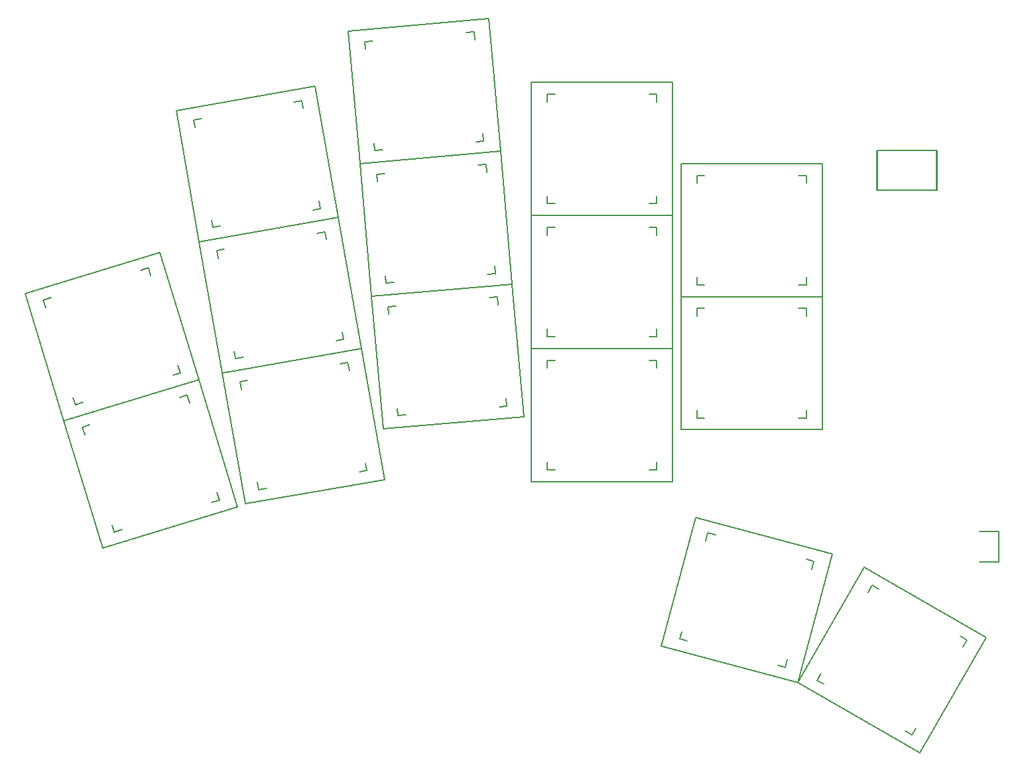
<source format=gbr>
%TF.GenerationSoftware,KiCad,Pcbnew,(6.0.4)*%
%TF.CreationDate,2022-05-01T21:27:57+02:00*%
%TF.ProjectId,battamini_reversable,62617474-616d-4696-9e69-5f7265766572,v1.0.0*%
%TF.SameCoordinates,Original*%
%TF.FileFunction,OtherDrawing,Comment*%
%FSLAX46Y46*%
G04 Gerber Fmt 4.6, Leading zero omitted, Abs format (unit mm)*
G04 Created by KiCad (PCBNEW (6.0.4)) date 2022-05-01 21:27:57*
%MOMM*%
%LPD*%
G01*
G04 APERTURE LIST*
%ADD10C,0.150000*%
G04 APERTURE END LIST*
D10*
%TO.C,T1*%
X166092148Y53899495D02*
X163592148Y53899495D01*
X163592148Y57799495D02*
X166092148Y57799495D01*
X166092148Y57799495D02*
X166092148Y53899495D01*
%TO.C,S11*%
X63451567Y109438376D02*
X63277918Y110423184D01*
X77065227Y112854259D02*
X77238875Y111869451D01*
X79322653Y100051758D02*
X79496302Y99066950D01*
X78511494Y98893302D02*
X79496302Y99066950D01*
X65708993Y96635875D02*
X66693801Y96809524D01*
X81726389Y97937035D02*
X63999850Y94811368D01*
X64262726Y110596832D02*
X63277918Y110423184D01*
X77065227Y112854259D02*
X76080419Y112680610D01*
X78774370Y114678766D02*
X81726389Y97937035D01*
X61047831Y111553099D02*
X78774370Y114678766D01*
X63999850Y94811368D02*
X61047831Y111553099D01*
X65708993Y96635875D02*
X65535345Y97620683D01*
%TO.C,S34*%
X161990823Y43922391D02*
X161490823Y43056365D01*
X148884416Y53221429D02*
X164472874Y44221429D01*
X164472874Y44221429D02*
X155972874Y29498997D01*
X142866467Y38798035D02*
X143732493Y38298035D01*
X149366467Y50056365D02*
X149866467Y50922391D01*
X140384416Y38498997D02*
X148884416Y53221429D01*
X161990823Y43922391D02*
X161124797Y44422391D01*
X155972874Y29498997D02*
X140384416Y38498997D01*
X154124797Y32298035D02*
X154990823Y31798035D01*
X155490823Y32664061D02*
X154990823Y31798035D01*
X142866467Y38798035D02*
X143366467Y39664061D01*
X150732493Y50422391D02*
X149866467Y50922391D01*
%TO.C,S15*%
X103928219Y89430914D02*
X85996715Y87862110D01*
X84515067Y104797420D02*
X102446571Y106366224D01*
X100584916Y104697620D02*
X100672071Y103701425D01*
X100584916Y104697620D02*
X99588721Y104610464D01*
X85996715Y87862110D02*
X84515067Y104797420D01*
X100808901Y90663739D02*
X101805096Y90750894D01*
X102446571Y106366224D02*
X103928219Y89430914D01*
X101717940Y91747089D02*
X101805096Y90750894D01*
X87858370Y89530714D02*
X87771215Y90526909D01*
X87858370Y89530714D02*
X88854565Y89617870D01*
X86725346Y102481245D02*
X86638190Y103477440D01*
X87634385Y103564595D02*
X86638190Y103477440D01*
%TO.C,S21*%
X124411087Y81186017D02*
X106411087Y81186017D01*
X109411087Y96686017D02*
X108411087Y96686017D01*
X122411087Y83686017D02*
X122411087Y82686017D01*
X124411087Y98186017D02*
X124411087Y81186017D01*
X106411087Y81186017D02*
X106411087Y98186017D01*
X122411087Y96686017D02*
X122411087Y95686017D01*
X121411087Y82686017D02*
X122411087Y82686017D01*
X108411087Y95686017D02*
X108411087Y96686017D01*
X122411087Y96686017D02*
X121411087Y96686017D01*
X108411087Y82686017D02*
X108411087Y83686017D01*
X108411087Y82686017D02*
X109411087Y82686017D01*
X106411087Y98186017D02*
X124411087Y98186017D01*
%TO.C,S8*%
X70166764Y77113368D02*
X69181956Y76939720D01*
X87630427Y64453571D02*
X69903888Y61327904D01*
X82969265Y79370795D02*
X83142913Y78385987D01*
X69903888Y61327904D02*
X66951869Y78069635D01*
X84415532Y65409838D02*
X85400340Y65583486D01*
X85226691Y66568294D02*
X85400340Y65583486D01*
X84678408Y81195302D02*
X87630427Y64453571D01*
X66951869Y78069635D02*
X84678408Y81195302D01*
X69355605Y75954912D02*
X69181956Y76939720D01*
X82969265Y79370795D02*
X81984457Y79197146D01*
X71613031Y63152411D02*
X72597839Y63326060D01*
X71613031Y63152411D02*
X71439383Y64137219D01*
%TO.C,S14*%
X89340018Y72595404D02*
X89252863Y73591599D01*
X105409867Y72495604D02*
X87478363Y70926800D01*
X103928219Y89430914D02*
X105409867Y72495604D01*
X85996715Y87862110D02*
X103928219Y89430914D01*
X89116033Y86629285D02*
X88119838Y86542130D01*
X102066564Y87762310D02*
X101070369Y87675154D01*
X87478363Y70926800D02*
X85996715Y87862110D01*
X88206994Y85545935D02*
X88119838Y86542130D01*
X89340018Y72595404D02*
X90336213Y72682560D01*
X102066564Y87762310D02*
X102153719Y86766115D01*
X102290549Y73728429D02*
X103286744Y73815584D01*
X103199588Y74811779D02*
X103286744Y73815584D01*
%TO.C,S20*%
X108411087Y78686017D02*
X108411087Y79686017D01*
X122411087Y66686017D02*
X122411087Y65686017D01*
X106411087Y64186017D02*
X106411087Y81186017D01*
X106411087Y81186017D02*
X124411087Y81186017D01*
X109411087Y79686017D02*
X108411087Y79686017D01*
X122411087Y79686017D02*
X122411087Y78686017D01*
X122411087Y79686017D02*
X121411087Y79686017D01*
X121411087Y65686017D02*
X122411087Y65686017D01*
X124411087Y81186017D02*
X124411087Y64186017D01*
X124411087Y64186017D02*
X106411087Y64186017D01*
X108411087Y65686017D02*
X108411087Y66686017D01*
X108411087Y65686017D02*
X109411087Y65686017D01*
%TO.C,S28*%
X141517334Y86310985D02*
X140517334Y86310985D01*
X140517334Y72310985D02*
X141517334Y72310985D01*
X128517334Y86310985D02*
X127517334Y86310985D01*
X127517334Y85310985D02*
X127517334Y86310985D01*
X143517334Y70810985D02*
X125517334Y70810985D01*
X143517334Y87810985D02*
X143517334Y70810985D01*
X141517334Y86310985D02*
X141517334Y85310985D01*
X141517334Y73310985D02*
X141517334Y72310985D01*
X125517334Y87810985D02*
X143517334Y87810985D01*
X125517334Y70810985D02*
X125517334Y87810985D01*
X127517334Y72310985D02*
X128517334Y72310985D01*
X127517334Y72310985D02*
X127517334Y73310985D01*
%TO.C,S29*%
X143517334Y87810985D02*
X125517334Y87810985D01*
X125517334Y104810985D02*
X143517334Y104810985D01*
X140517334Y89310985D02*
X141517334Y89310985D01*
X127517334Y89310985D02*
X128517334Y89310985D01*
X127517334Y102310985D02*
X127517334Y103310985D01*
X141517334Y103310985D02*
X140517334Y103310985D01*
X125517334Y87810985D02*
X125517334Y104810985D01*
X141517334Y103310985D02*
X141517334Y102310985D01*
X141517334Y90310985D02*
X141517334Y89310985D01*
X127517334Y89310985D02*
X127517334Y90310985D01*
X143517334Y104810985D02*
X143517334Y87810985D01*
X128517334Y103310985D02*
X127517334Y103310985D01*
%TO.C,S33*%
X154124797Y32298035D02*
X154990823Y31798035D01*
X161990823Y43922391D02*
X161490823Y43056365D01*
X142866467Y38798035D02*
X143366467Y39664061D01*
X149366467Y50056365D02*
X149866467Y50922391D01*
X140384416Y38498997D02*
X148884416Y53221429D01*
X155490823Y32664061D02*
X154990823Y31798035D01*
X161990823Y43922391D02*
X161124797Y44422391D01*
X148884416Y53221429D02*
X164472874Y44221429D01*
X164472874Y44221429D02*
X155972874Y29498997D01*
X150732493Y50422391D02*
X149866467Y50922391D01*
X142866467Y38798035D02*
X143732493Y38298035D01*
X155972874Y29498997D02*
X140384416Y38498997D01*
%TO.C,S7*%
X84415532Y65409838D02*
X85400340Y65583486D01*
X71613031Y63152411D02*
X72597839Y63326060D01*
X66951869Y78069635D02*
X84678408Y81195302D01*
X70166764Y77113368D02*
X69181956Y76939720D01*
X69903888Y61327904D02*
X66951869Y78069635D01*
X82969265Y79370795D02*
X83142913Y78385987D01*
X87630427Y64453571D02*
X69903888Y61327904D01*
X82969265Y79370795D02*
X81984457Y79197146D01*
X85226691Y66568294D02*
X85400340Y65583486D01*
X84678408Y81195302D02*
X87630427Y64453571D01*
X71613031Y63152411D02*
X71439383Y64137219D01*
X69355605Y75954912D02*
X69181956Y76939720D01*
%TO.C,T2*%
X166092148Y53899495D02*
X163592148Y53899495D01*
X166092148Y57799495D02*
X166092148Y53899495D01*
X163592148Y57799495D02*
X166092148Y57799495D01*
%TO.C,S5*%
X61290623Y79038736D02*
X61582994Y78082432D01*
X60626689Y77790060D02*
X61582994Y78082432D01*
X45057829Y87669866D02*
X44101524Y87377494D01*
X41750357Y88227208D02*
X58963842Y93489899D01*
X44393895Y86421190D02*
X44101524Y87377494D01*
X48194728Y73989228D02*
X49151032Y74281599D01*
X57489790Y91470698D02*
X57782162Y90514393D01*
X58963842Y93489899D02*
X63934161Y77232718D01*
X63934161Y77232718D02*
X46720676Y71970027D01*
X46720676Y71970027D02*
X41750357Y88227208D01*
X48194728Y73989228D02*
X47902356Y74945533D01*
X57489790Y91470698D02*
X56533486Y91178327D01*
%TO.C,S27*%
X125517334Y70810985D02*
X125517334Y87810985D01*
X125517334Y87810985D02*
X143517334Y87810985D01*
X143517334Y87810985D02*
X143517334Y70810985D01*
X127517334Y85310985D02*
X127517334Y86310985D01*
X141517334Y73310985D02*
X141517334Y72310985D01*
X141517334Y86310985D02*
X140517334Y86310985D01*
X128517334Y86310985D02*
X127517334Y86310985D01*
X127517334Y72310985D02*
X128517334Y72310985D01*
X127517334Y72310985D02*
X127517334Y73310985D01*
X143517334Y70810985D02*
X125517334Y70810985D01*
X140517334Y72310985D02*
X141517334Y72310985D01*
X141517334Y86310985D02*
X141517334Y85310985D01*
%TO.C,S9*%
X80017246Y96112527D02*
X80190894Y95127719D01*
X81726389Y97937034D02*
X84678408Y81195303D01*
X63999850Y94811367D02*
X81726389Y97937034D01*
X82274672Y83310026D02*
X82448321Y82325218D01*
X68661012Y79894143D02*
X69645820Y80067792D01*
X80017246Y96112527D02*
X79032438Y95938878D01*
X81463513Y82151570D02*
X82448321Y82325218D01*
X66951869Y78069636D02*
X63999850Y94811367D01*
X68661012Y79894143D02*
X68487364Y80878951D01*
X66403586Y92696644D02*
X66229937Y93681452D01*
X84678408Y81195303D02*
X66951869Y78069636D01*
X67214745Y93855100D02*
X66229937Y93681452D01*
%TO.C,S16*%
X87634385Y103564595D02*
X86638190Y103477440D01*
X100808901Y90663739D02*
X101805096Y90750894D01*
X100584916Y104697620D02*
X99588721Y104610464D01*
X100584916Y104697620D02*
X100672071Y103701425D01*
X87858370Y89530714D02*
X87771215Y90526909D01*
X86725346Y102481245D02*
X86638190Y103477440D01*
X85996715Y87862110D02*
X84515067Y104797420D01*
X102446571Y106366224D02*
X103928219Y89430914D01*
X103928219Y89430914D02*
X85996715Y87862110D01*
X101717940Y91747089D02*
X101805096Y90750894D01*
X87858370Y89530714D02*
X88854565Y89617870D01*
X84515067Y104797420D02*
X102446571Y106366224D01*
%TO.C,S30*%
X140517334Y89310985D02*
X141517334Y89310985D01*
X141517334Y90310985D02*
X141517334Y89310985D01*
X125517334Y87810985D02*
X125517334Y104810985D01*
X127517334Y89310985D02*
X128517334Y89310985D01*
X127517334Y102310985D02*
X127517334Y103310985D01*
X125517334Y104810985D02*
X143517334Y104810985D01*
X127517334Y89310985D02*
X127517334Y90310985D01*
X141517334Y103310985D02*
X141517334Y102310985D01*
X143517334Y87810985D02*
X125517334Y87810985D01*
X143517334Y104810985D02*
X143517334Y87810985D01*
X128517334Y103310985D02*
X127517334Y103310985D01*
X141517334Y103310985D02*
X140517334Y103310985D01*
%TO.C,S13*%
X89116033Y86629285D02*
X88119838Y86542130D01*
X102066564Y87762310D02*
X102153719Y86766115D01*
X103199588Y74811779D02*
X103286744Y73815584D01*
X87478363Y70926800D02*
X85996715Y87862110D01*
X103928219Y89430914D02*
X105409867Y72495604D01*
X89340018Y72595404D02*
X89252863Y73591599D01*
X105409867Y72495604D02*
X87478363Y70926800D01*
X89340018Y72595404D02*
X90336213Y72682560D01*
X88206994Y85545935D02*
X88119838Y86542130D01*
X102066564Y87762310D02*
X101070369Y87675154D01*
X102290549Y73728429D02*
X103286744Y73815584D01*
X85996715Y87862110D02*
X103928219Y89430914D01*
%TO.C,S24*%
X124411087Y115186017D02*
X124411087Y98186017D01*
X122411087Y113686017D02*
X122411087Y112686017D01*
X106411087Y98186017D02*
X106411087Y115186017D01*
X108411087Y112686017D02*
X108411087Y113686017D01*
X121411087Y99686017D02*
X122411087Y99686017D01*
X108411087Y99686017D02*
X109411087Y99686017D01*
X109411087Y113686017D02*
X108411087Y113686017D01*
X122411087Y113686017D02*
X121411087Y113686017D01*
X108411087Y99686017D02*
X108411087Y100686017D01*
X106411087Y115186017D02*
X124411087Y115186017D01*
X122411087Y100686017D02*
X122411087Y99686017D01*
X124411087Y98186017D02*
X106411087Y98186017D01*
%TO.C,S17*%
X100236293Y108682399D02*
X100323449Y107686204D01*
X84515068Y104797420D02*
X83033420Y121732730D01*
X99327254Y107599049D02*
X100323449Y107686204D01*
X86152738Y120499905D02*
X85156543Y120412750D01*
X102446572Y106366224D02*
X84515068Y104797420D01*
X86376723Y106466024D02*
X87372918Y106553180D01*
X86376723Y106466024D02*
X86289568Y107462219D01*
X100964924Y123301534D02*
X102446572Y106366224D01*
X85243699Y119416555D02*
X85156543Y120412750D01*
X99103269Y121632930D02*
X98107074Y121545774D01*
X83033420Y121732730D02*
X100964924Y123301534D01*
X99103269Y121632930D02*
X99190424Y120636735D01*
%TO.C,S4*%
X63934161Y77232718D02*
X68904480Y60975537D01*
X50028148Y71412685D02*
X49071843Y71120313D01*
X53165047Y57732047D02*
X54121351Y58024418D01*
X65597008Y61532879D02*
X66553313Y61825251D01*
X46720676Y71970027D02*
X63934161Y77232718D01*
X51690995Y55712846D02*
X46720676Y71970027D01*
X49364214Y70164009D02*
X49071843Y71120313D01*
X53165047Y57732047D02*
X52872675Y58688352D01*
X66260942Y62781555D02*
X66553313Y61825251D01*
X62460109Y75213517D02*
X62752481Y74257212D01*
X68904480Y60975537D02*
X51690995Y55712846D01*
X62460109Y75213517D02*
X61503805Y74921146D01*
%TO.C,S10*%
X84678408Y81195303D02*
X66951869Y78069636D01*
X63999850Y94811367D02*
X81726389Y97937034D01*
X82274672Y83310026D02*
X82448321Y82325218D01*
X66403586Y92696644D02*
X66229937Y93681452D01*
X67214745Y93855100D02*
X66229937Y93681452D01*
X80017246Y96112527D02*
X80190894Y95127719D01*
X81463513Y82151570D02*
X82448321Y82325218D01*
X80017246Y96112527D02*
X79032438Y95938878D01*
X81726389Y97937034D02*
X84678408Y81195303D01*
X68661012Y79894143D02*
X69645820Y80067792D01*
X68661012Y79894143D02*
X68487364Y80878951D01*
X66951869Y78069636D02*
X63999850Y94811367D01*
%TO.C,S22*%
X108411087Y82686017D02*
X109411087Y82686017D01*
X124411087Y81186017D02*
X106411087Y81186017D01*
X122411087Y96686017D02*
X121411087Y96686017D01*
X122411087Y96686017D02*
X122411087Y95686017D01*
X122411087Y83686017D02*
X122411087Y82686017D01*
X106411087Y81186017D02*
X106411087Y98186017D01*
X109411087Y96686017D02*
X108411087Y96686017D01*
X108411087Y82686017D02*
X108411087Y83686017D01*
X121411087Y82686017D02*
X122411087Y82686017D01*
X108411087Y95686017D02*
X108411087Y96686017D01*
X106411087Y98186017D02*
X124411087Y98186017D01*
X124411087Y98186017D02*
X124411087Y81186017D01*
%TO.C,S31*%
X125317832Y44088991D02*
X126283758Y43830171D01*
X137874868Y40724343D02*
X138840793Y40465524D01*
X128682479Y56646026D02*
X128941299Y57611952D01*
X142464260Y53988485D02*
X142205441Y53022560D01*
X122997752Y43157740D02*
X127397675Y59578479D01*
X140384417Y38498997D02*
X122997752Y43157740D01*
X142464260Y53988485D02*
X141498334Y54247305D01*
X139099613Y41431450D02*
X138840793Y40465524D01*
X129907224Y57353133D02*
X128941299Y57611952D01*
X144784340Y54919736D02*
X140384417Y38498997D01*
X125317832Y44088991D02*
X125576651Y45054916D01*
X127397675Y59578479D02*
X144784340Y54919736D01*
%TO.C,MCU1*%
X150547213Y101396542D02*
X150547213Y106476542D01*
X150508690Y101396542D02*
X150508690Y106476542D01*
X158128690Y101396542D02*
X150508690Y101396542D01*
X150547213Y106476542D02*
X158167213Y106476542D01*
X158167213Y106476542D02*
X158167213Y101396542D01*
X158167213Y101396542D02*
X150547213Y101396542D01*
X158128690Y106476542D02*
X158128690Y101396542D01*
%TO.C,S3*%
X50028148Y71412685D02*
X49071843Y71120313D01*
X62460109Y75213517D02*
X61503805Y74921146D01*
X51690995Y55712846D02*
X46720676Y71970027D01*
X53165047Y57732047D02*
X54121351Y58024418D01*
X62460109Y75213517D02*
X62752481Y74257212D01*
X46720676Y71970027D02*
X63934161Y77232718D01*
X49364214Y70164009D02*
X49071843Y71120313D01*
X65597008Y61532879D02*
X66553313Y61825251D01*
X63934161Y77232718D02*
X68904480Y60975537D01*
X53165047Y57732047D02*
X52872675Y58688352D01*
X66260942Y62781555D02*
X66553313Y61825251D01*
X68904480Y60975537D02*
X51690995Y55712846D01*
%TO.C,S32*%
X128682479Y56646026D02*
X128941299Y57611952D01*
X142464260Y53988485D02*
X141498334Y54247305D01*
X125317832Y44088991D02*
X125576651Y45054916D01*
X140384417Y38498997D02*
X122997752Y43157740D01*
X139099613Y41431450D02*
X138840793Y40465524D01*
X137874868Y40724343D02*
X138840793Y40465524D01*
X125317832Y44088991D02*
X126283758Y43830171D01*
X122997752Y43157740D02*
X127397675Y59578479D01*
X142464260Y53988485D02*
X142205441Y53022560D01*
X129907224Y57353133D02*
X128941299Y57611952D01*
X144784340Y54919736D02*
X140384417Y38498997D01*
X127397675Y59578479D02*
X144784340Y54919736D01*
%TO.C,S12*%
X63999850Y94811368D02*
X61047831Y111553099D01*
X61047831Y111553099D02*
X78774370Y114678766D01*
X63451567Y109438376D02*
X63277918Y110423184D01*
X78511494Y98893302D02*
X79496302Y99066950D01*
X77065227Y112854259D02*
X77238875Y111869451D01*
X65708993Y96635875D02*
X66693801Y96809524D01*
X79322653Y100051758D02*
X79496302Y99066950D01*
X77065227Y112854259D02*
X76080419Y112680610D01*
X78774370Y114678766D02*
X81726389Y97937035D01*
X64262726Y110596832D02*
X63277918Y110423184D01*
X65708993Y96635875D02*
X65535345Y97620683D01*
X81726389Y97937035D02*
X63999850Y94811368D01*
%TO.C,S23*%
X121411087Y99686017D02*
X122411087Y99686017D01*
X108411087Y99686017D02*
X108411087Y100686017D01*
X106411087Y115186017D02*
X124411087Y115186017D01*
X122411087Y100686017D02*
X122411087Y99686017D01*
X106411087Y98186017D02*
X106411087Y115186017D01*
X109411087Y113686017D02*
X108411087Y113686017D01*
X122411087Y113686017D02*
X122411087Y112686017D01*
X108411087Y99686017D02*
X109411087Y99686017D01*
X122411087Y113686017D02*
X121411087Y113686017D01*
X124411087Y115186017D02*
X124411087Y98186017D01*
X124411087Y98186017D02*
X106411087Y98186017D01*
X108411087Y112686017D02*
X108411087Y113686017D01*
%TO.C,S6*%
X45057829Y87669866D02*
X44101524Y87377494D01*
X44393895Y86421190D02*
X44101524Y87377494D01*
X57489790Y91470698D02*
X57782162Y90514393D01*
X63934161Y77232718D02*
X46720676Y71970027D01*
X48194728Y73989228D02*
X47902356Y74945533D01*
X41750357Y88227208D02*
X58963842Y93489899D01*
X60626689Y77790060D02*
X61582994Y78082432D01*
X46720676Y71970027D02*
X41750357Y88227208D01*
X58963842Y93489899D02*
X63934161Y77232718D01*
X57489790Y91470698D02*
X56533486Y91178327D01*
X61290623Y79038736D02*
X61582994Y78082432D01*
X48194728Y73989228D02*
X49151032Y74281599D01*
%TO.C,S19*%
X108411087Y65686017D02*
X109411087Y65686017D01*
X121411087Y65686017D02*
X122411087Y65686017D01*
X108411087Y78686017D02*
X108411087Y79686017D01*
X122411087Y79686017D02*
X122411087Y78686017D01*
X124411087Y64186017D02*
X106411087Y64186017D01*
X106411087Y81186017D02*
X124411087Y81186017D01*
X108411087Y65686017D02*
X108411087Y66686017D01*
X124411087Y81186017D02*
X124411087Y64186017D01*
X122411087Y79686017D02*
X121411087Y79686017D01*
X109411087Y79686017D02*
X108411087Y79686017D01*
X122411087Y66686017D02*
X122411087Y65686017D01*
X106411087Y64186017D02*
X106411087Y81186017D01*
%TO.C,S18*%
X86376723Y106466024D02*
X87372918Y106553180D01*
X85243699Y119416555D02*
X85156543Y120412750D01*
X100964924Y123301534D02*
X102446572Y106366224D01*
X86152738Y120499905D02*
X85156543Y120412750D01*
X84515068Y104797420D02*
X83033420Y121732730D01*
X102446572Y106366224D02*
X84515068Y104797420D01*
X99327254Y107599049D02*
X100323449Y107686204D01*
X86376723Y106466024D02*
X86289568Y107462219D01*
X100236293Y108682399D02*
X100323449Y107686204D01*
X99103269Y121632930D02*
X98107074Y121545774D01*
X83033420Y121732730D02*
X100964924Y123301534D01*
X99103269Y121632930D02*
X99190424Y120636735D01*
%TD*%
M02*

</source>
